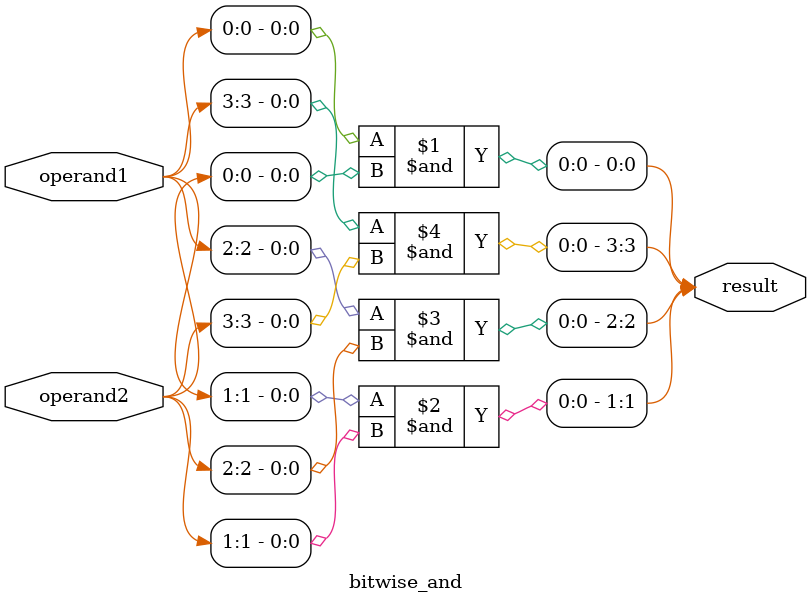
<source format=sv>
module and_gate_4bit (
    input  wire [3:0] a,  // 4-bit input A
    input  wire [3:0] b,  // 4-bit input B
    input  wire [3:0] c,  // 4-bit input C
    input  wire [3:0] d,  // 4-bit input D
    output wire [3:0] y   // 4-bit output Y
);
    // Intermediate signals
    wire [3:0] ab_and;
    wire [3:0] cd_and;
    
    // Instantiate first level computation module
    first_level_and first_level_computation (
        .a_in(a),
        .b_in(b),
        .c_in(c),
        .d_in(d),
        .ab_out(ab_and),
        .cd_out(cd_and)
    );
    
    // Instantiate result computation module
    result_computation final_stage (
        .ab_in(ab_and),
        .cd_in(cd_and),
        .result_out(y)
    );
endmodule

// First level computation module - handles first stage AND operations
module first_level_and #(
    parameter BIT_WIDTH = 4
)(
    input  wire [BIT_WIDTH-1:0] a_in,    // Input vector A
    input  wire [BIT_WIDTH-1:0] b_in,    // Input vector B
    input  wire [BIT_WIDTH-1:0] c_in,    // Input vector C
    input  wire [BIT_WIDTH-1:0] d_in,    // Input vector D
    output wire [BIT_WIDTH-1:0] ab_out,  // A AND B result
    output wire [BIT_WIDTH-1:0] cd_out   // C AND D result
);
    // Bitwise operations submodules
    bitwise_and #(.WIDTH(BIT_WIDTH)) ab_operation (
        .operand1(a_in),
        .operand2(b_in),
        .result(ab_out)
    );
    
    bitwise_and #(.WIDTH(BIT_WIDTH)) cd_operation (
        .operand1(c_in),
        .operand2(d_in),
        .result(cd_out)
    );
endmodule

// Result computation module - processes second stage AND operation
module result_computation #(
    parameter BIT_WIDTH = 4
)(
    input  wire [BIT_WIDTH-1:0] ab_in,     // AB intermediate result
    input  wire [BIT_WIDTH-1:0] cd_in,     // CD intermediate result
    output wire [BIT_WIDTH-1:0] result_out // Final result
);
    // Final AND operation
    bitwise_and #(.WIDTH(BIT_WIDTH)) final_operation (
        .operand1(ab_in),
        .operand2(cd_in),
        .result(result_out)
    );
endmodule

// Optimized basic bitwise AND operation module
module bitwise_and #(
    parameter WIDTH = 4
)(
    input  wire [WIDTH-1:0] operand1,  // First operand
    input  wire [WIDTH-1:0] operand2,  // Second operand
    output wire [WIDTH-1:0] result     // Operation result
);
    // Perform bitwise AND with improved datapath
    genvar i;
    generate
        for (i = 0; i < WIDTH; i = i + 1) begin : and_bit
            // Individual bit AND operations for better timing control
            and (result[i], operand1[i], operand2[i]);
        end
    endgenerate
endmodule
</source>
